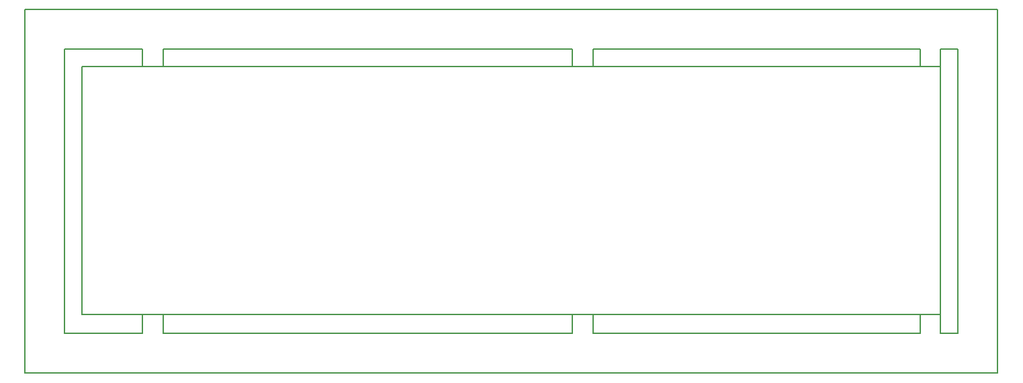
<source format=gbr>
G04 (created by PCBNEW (2013-07-07 BZR 4022)-stable) date 27/11/2015 23:20:48*
%MOIN*%
G04 Gerber Fmt 3.4, Leading zero omitted, Abs format*
%FSLAX34Y34*%
G01*
G70*
G90*
G04 APERTURE LIST*
%ADD10C,0.00590551*%
%ADD11C,0.0077*%
G04 APERTURE END LIST*
G54D10*
G54D11*
X87559Y-44881D02*
X39291Y-44881D01*
X87559Y-62913D02*
X87559Y-44881D01*
X39291Y-62913D02*
X87559Y-62913D01*
X39291Y-44881D02*
X39291Y-62913D01*
X85590Y-46850D02*
X84724Y-46850D01*
X85590Y-60944D02*
X85590Y-46850D01*
X84724Y-60944D02*
X85590Y-60944D01*
X41259Y-60944D02*
X45118Y-60944D01*
X41259Y-46850D02*
X41259Y-60944D01*
X45118Y-46850D02*
X41259Y-46850D01*
X67480Y-46850D02*
X83700Y-46850D01*
X46141Y-46850D02*
X66456Y-46850D01*
X67480Y-60944D02*
X83700Y-60944D01*
X46141Y-60944D02*
X66456Y-60944D01*
X46141Y-60000D02*
X46141Y-60944D01*
X45118Y-60000D02*
X45118Y-60944D01*
X45118Y-46850D02*
X45118Y-47716D01*
X42125Y-47716D02*
X42125Y-60000D01*
X84724Y-60000D02*
X42125Y-60000D01*
X84724Y-47716D02*
X84724Y-60000D01*
X42125Y-47716D02*
X84724Y-47716D01*
X66456Y-60000D02*
X66456Y-60944D01*
X67480Y-60000D02*
X67480Y-60944D01*
X83700Y-60000D02*
X83700Y-60944D01*
X84724Y-60000D02*
X84724Y-60944D01*
X66456Y-46850D02*
X66456Y-47716D01*
X83700Y-46850D02*
X83700Y-47716D01*
X67480Y-47716D02*
X67480Y-46850D01*
X84724Y-47716D02*
X84724Y-46850D01*
X46141Y-46850D02*
X46141Y-47716D01*
M02*

</source>
